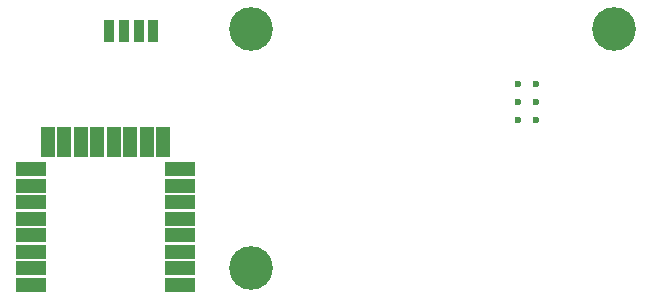
<source format=gbs>
G04*
G04 #@! TF.GenerationSoftware,Altium Limited,Altium Designer,21.4.1 (30)*
G04*
G04 Layer_Color=16711935*
%FSLAX44Y44*%
%MOMM*%
G71*
G04*
G04 #@! TF.SameCoordinates,7645E4BB-BB80-4E5A-ADFE-20588B80AFC1*
G04*
G04*
G04 #@! TF.FilePolarity,Negative*
G04*
G01*
G75*
%ADD61C,3.7000*%
%ADD63C,0.6000*%
%ADD82R,2.6500X1.2000*%
%ADD83R,1.2000X2.6500*%
%ADD84R,0.9000X1.9000*%
D61*
X945700Y497687D02*
D03*
X1253290D02*
D03*
X945700Y294950D02*
D03*
D63*
X1186870Y450610D02*
D03*
X1171870D02*
D03*
Y420610D02*
D03*
X1186870D02*
D03*
Y435610D02*
D03*
X1171870D02*
D03*
D82*
X759850Y280950D02*
D03*
Y294950D02*
D03*
Y308950D02*
D03*
Y322950D02*
D03*
Y336950D02*
D03*
Y350950D02*
D03*
Y364950D02*
D03*
Y378950D02*
D03*
X885750D02*
D03*
Y364950D02*
D03*
Y350950D02*
D03*
Y336950D02*
D03*
Y322950D02*
D03*
Y308950D02*
D03*
Y294950D02*
D03*
Y280950D02*
D03*
D83*
X871800Y401900D02*
D03*
X857800D02*
D03*
X843800D02*
D03*
X829800D02*
D03*
X815800D02*
D03*
X801800D02*
D03*
X787800D02*
D03*
X773800D02*
D03*
D84*
X825750Y495988D02*
D03*
X838250D02*
D03*
X850750D02*
D03*
X863250D02*
D03*
M02*

</source>
